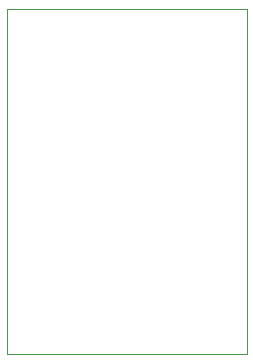
<source format=gbr>
%TF.GenerationSoftware,KiCad,Pcbnew,(6.0.8-1)-1*%
%TF.CreationDate,2022-12-31T23:42:21-07:00*%
%TF.ProjectId,Z573M-tube,5a353733-4d2d-4747-9562-652e6b696361,rev?*%
%TF.SameCoordinates,Original*%
%TF.FileFunction,Profile,NP*%
%FSLAX46Y46*%
G04 Gerber Fmt 4.6, Leading zero omitted, Abs format (unit mm)*
G04 Created by KiCad (PCBNEW (6.0.8-1)-1) date 2022-12-31 23:42:21*
%MOMM*%
%LPD*%
G01*
G04 APERTURE LIST*
%TA.AperFunction,Profile*%
%ADD10C,0.100000*%
%TD*%
G04 APERTURE END LIST*
D10*
X162560000Y-61595000D02*
X162560000Y-80010000D01*
X162560000Y-80010000D02*
X162560000Y-90805000D01*
X162560000Y-90805000D02*
X142240000Y-90805000D01*
X142240000Y-90805000D02*
X142240000Y-61595000D01*
X142240000Y-61595000D02*
X162560000Y-61595000D01*
M02*

</source>
